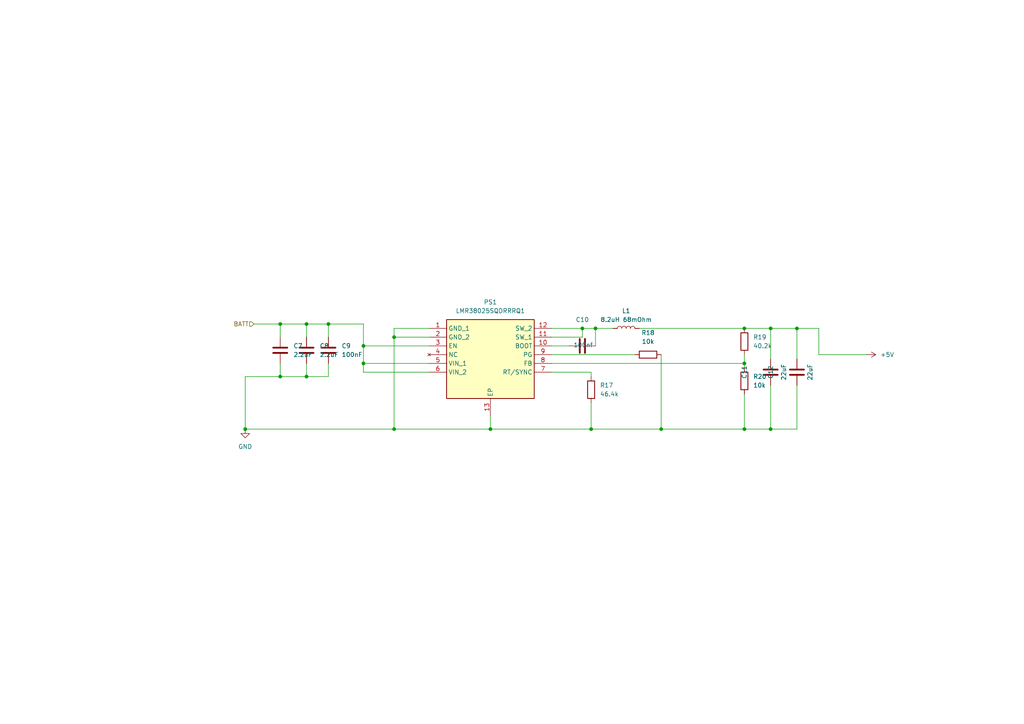
<source format=kicad_sch>
(kicad_sch (version 20250114) (generator "eeschema") (generator_version "9.0")
  (paper "A4")
  (lib_symbols
    (symbol "Device:C" (pin_numbers (hide yes)) (pin_names (offset 0.254))
      (property "Reference" "C" (at 0.635 2.54 0))
      (property "Value" "C" (at 0.635 -2.54 0))
      (symbol "C_0_1"
        (polyline (pts (xy -2.032 0.762) (xy 2.032 0.762)) (stroke (width 0.508)))
        (polyline (pts (xy -2.032 -0.762) (xy 2.032 -0.762)) (stroke (width 0.508)))
      )
      (symbol "C_1_1"
        (pin passive line (at 0 3.81 270) (length 2.794) (name "~") (number "1"))
        (pin passive line (at 0 -3.81 90) (length 2.794) (name "~") (number "2"))
      )
    )
    (symbol "Device:L" (pin_numbers (hide yes)) (pin_names (offset 1.016) (hide yes))
      (property "Reference" "L" (at -1.27 0 90))
      (property "Value" "L" (at 1.905 0 90))
      (symbol "L_0_1"
        (arc (start 0 2.54) (mid 0.6323 1.905) (end 0 1.27))
        (arc (start 0 1.27) (mid 0.6323 0.635) (end 0 0))
        (arc (start 0 0) (mid 0.6323 -0.635) (end 0 -1.27))
        (arc (start 0 -1.27) (mid 0.6323 -1.905) (end 0 -2.54))
      )
      (symbol "L_1_1"
        (pin passive line (at 0 3.81 270) (length 1.27) (name "1") (number "1"))
        (pin passive line (at 0 -3.81 90) (length 1.27) (name "2") (number "2"))
      )
    )
    (symbol "Device:R" (pin_numbers (hide yes)) (pin_names (offset 0))
      (property "Reference" "R" (at 2.032 0 90))
      (property "Value" "R" (at 0 0 90))
      (symbol "R_0_1"
        (rectangle (start -1.016 -2.54) (end 1.016 2.54) (stroke (width 0.254)))
      )
      (symbol "R_1_1"
        (pin passive line (at 0 3.81 270) (length 1.27) (name "~") (number "1"))
        (pin passive line (at 0 -3.81 90) (length 1.27) (name "~") (number "2"))
      )
    )
    (symbol "LMR38025SQDRRRQ1:LMR38025SQDRRRQ1"
      (property "Reference" "PS" (at 31.75 7.62 0))
      (property "Value" "LMR38025SQDRRRQ1" (at 31.75 5.08 0))
      (symbol "LMR38025SQDRRRQ1_1_1"
        (rectangle (start 5.08 2.54) (end 30.48 -20.32) (stroke (width 0.254)) (fill (type background)))
        (pin passive line (at 0 0 0) (length 5.08) (name "GND_1") (number "1"))
        (pin passive line (at 0 -2.54 0) (length 5.08) (name "GND_2") (number "2"))
        (pin passive line (at 0 -5.08 0) (length 5.08) (name "EN") (number "3"))
        (pin no_connect line (at 0 -7.62 0) (length 5.08) (name "NC") (number "4"))
        (pin passive line (at 0 -10.16 0) (length 5.08) (name "VIN_1") (number "5"))
        (pin passive line (at 0 -12.7 0) (length 5.08) (name "VIN_2") (number "6"))
        (pin passive line (at 17.78 -25.4 90) (length 5.08) (name "EP") (number "13"))
        (pin passive line (at 35.56 0 180) (length 5.08) (name "SW_2") (number "12"))
        (pin passive line (at 35.56 -2.54 180) (length 5.08) (name "SW_1") (number "11"))
        (pin passive line (at 35.56 -5.08 180) (length 5.08) (name "BOOT") (number "10"))
        (pin passive line (at 35.56 -7.62 180) (length 5.08) (name "PG") (number "9"))
        (pin passive line (at 35.56 -10.16 180) (length 5.08) (name "FB") (number "8"))
        (pin passive line (at 35.56 -12.7 180) (length 5.08) (name "RT/SYNC") (number "7"))
      )
    )
    (symbol "power:+5V" (power) (pin_numbers (hide yes)) (pin_names (offset 0) (hide yes))
      (property "Value" "+5V" (at 0 3.556 0))
      (symbol "+5V_0_1"
        (polyline (pts (xy -0.762 1.27) (xy 0 2.54)))
        (polyline (pts (xy 0 2.54) (xy 0.762 1.27)))
        (polyline (pts (xy 0 0) (xy 0 2.54)))
      )
      (symbol "+5V_1_1"
        (pin power_in line (at 0 0 90) (length 0) (name "~") (number "1"))
      )
    )
    (symbol "power:GND" (power) (pin_numbers (hide yes)) (pin_names (offset 0) (hide yes))
      (property "Value" "GND" (at 0 -3.81 0))
      (symbol "GND_0_1"
        (polyline (pts (xy 0 0) (xy 0 -1.27) (xy 1.27 -1.27) (xy 0 -2.54) (xy -1.27 -1.27) (xy 0 -1.27)))
      )
      (symbol "GND_1_1"
        (pin power_in line (at 0 0 270) (length 0) (name "~") (number "1"))
      )
    )
  )
  (junction (at 81.28 109.22))
  (junction (at 215.9 95.25))
  (junction (at 223.52 124.46))
  (junction (at 172.72 95.25))
  (junction (at 105.41 105.41))
  (junction (at 215.9 124.46))
  (junction (at 114.3 124.46))
  (junction (at 215.9 105.41))
  (junction (at 105.41 100.33))
  (junction (at 168.91 95.25))
  (junction (at 88.9 93.98))
  (junction (at 95.25 93.98))
  (junction (at 88.9 109.22))
  (junction (at 81.28 93.98))
  (junction (at 114.3 97.79))
  (junction (at 71.12 124.46))
  (junction (at 142.24 124.46))
  (junction (at 223.52 95.25))
  (junction (at 231.14 95.25))
  (junction (at 171.45 124.46))
  (junction (at 191.77 124.46))
  (wire (pts (xy 223.52 111.76) (xy 223.52 124.46)))
  (wire (pts (xy 237.49 102.87) (xy 251.46 102.87)))
  (wire (pts (xy 71.12 109.22) (xy 81.28 109.22)))
  (wire (pts (xy 73.66 93.98) (xy 81.28 93.98)))
  (wire (pts (xy 171.45 124.46) (xy 142.24 124.46)))
  (wire (pts (xy 223.52 95.25) (xy 231.14 95.25)))
  (wire (pts (xy 172.72 95.25) (xy 168.91 95.25)))
  (wire (pts (xy 142.24 124.46) (xy 114.3 124.46)))
  (wire (pts (xy 185.42 95.25) (xy 215.9 95.25)))
  (wire (pts (xy 171.45 116.84) (xy 171.45 124.46)))
  (wire (pts (xy 231.14 95.25) (xy 231.14 104.14)))
  (wire (pts (xy 160.02 102.87) (xy 184.15 102.87)))
  (wire (pts (xy 88.9 93.98) (xy 88.9 97.79)))
  (wire (pts (xy 160.02 105.41) (xy 215.9 105.41)))
  (wire (pts (xy 191.77 102.87) (xy 191.77 124.46)))
  (wire (pts (xy 124.46 100.33) (xy 105.41 100.33)))
  (wire (pts (xy 88.9 105.41) (xy 88.9 109.22)))
  (wire (pts (xy 81.28 97.79) (xy 81.28 93.98)))
  (wire (pts (xy 114.3 124.46) (xy 71.12 124.46)))
  (wire (pts (xy 71.12 124.46) (xy 71.12 109.22)))
  (wire (pts (xy 105.41 105.41) (xy 124.46 105.41)))
  (wire (pts (xy 231.14 124.46) (xy 223.52 124.46)))
  (wire (pts (xy 105.41 93.98) (xy 105.41 100.33)))
  (wire (pts (xy 160.02 97.79) (xy 168.91 97.79)))
  (wire (pts (xy 105.41 107.95) (xy 105.41 105.41)))
  (wire (pts (xy 168.91 95.25) (xy 168.91 97.79)))
  (wire (pts (xy 81.28 93.98) (xy 88.9 93.98)))
  (wire (pts (xy 237.49 95.25) (xy 237.49 102.87)))
  (wire (pts (xy 160.02 107.95) (xy 171.45 107.95)))
  (wire (pts (xy 215.9 102.87) (xy 215.9 105.41)))
  (wire (pts (xy 114.3 97.79) (xy 114.3 124.46)))
  (wire (pts (xy 81.28 109.22) (xy 88.9 109.22)))
  (wire (pts (xy 215.9 95.25) (xy 223.52 95.25)))
  (wire (pts (xy 215.9 124.46) (xy 191.77 124.46)))
  (wire (pts (xy 231.14 95.25) (xy 237.49 95.25)))
  (wire (pts (xy 172.72 95.25) (xy 172.72 100.33)))
  (wire (pts (xy 88.9 109.22) (xy 95.25 109.22)))
  (wire (pts (xy 124.46 95.25) (xy 114.3 95.25)))
  (wire (pts (xy 114.3 97.79) (xy 124.46 97.79)))
  (wire (pts (xy 105.41 100.33) (xy 105.41 105.41)))
  (wire (pts (xy 171.45 107.95) (xy 171.45 109.22)))
  (wire (pts (xy 95.25 109.22) (xy 95.25 105.41)))
  (wire (pts (xy 95.25 93.98) (xy 95.25 97.79)))
  (wire (pts (xy 223.52 124.46) (xy 215.9 124.46)))
  (wire (pts (xy 142.24 120.65) (xy 142.24 124.46)))
  (wire (pts (xy 95.25 93.98) (xy 105.41 93.98)))
  (wire (pts (xy 124.46 107.95) (xy 105.41 107.95)))
  (wire (pts (xy 160.02 95.25) (xy 168.91 95.25)))
  (wire (pts (xy 177.8 95.25) (xy 172.72 95.25)))
  (wire (pts (xy 160.02 100.33) (xy 165.1 100.33)))
  (wire (pts (xy 215.9 105.41) (xy 215.9 106.68)))
  (wire (pts (xy 215.9 114.3) (xy 215.9 124.46)))
  (wire (pts (xy 114.3 95.25) (xy 114.3 97.79)))
  (wire (pts (xy 191.77 124.46) (xy 171.45 124.46)))
  (wire (pts (xy 88.9 93.98) (xy 95.25 93.98)))
  (wire (pts (xy 223.52 104.14) (xy 223.52 95.25)))
  (wire (pts (xy 81.28 105.41) (xy 81.28 109.22)))
  (wire (pts (xy 231.14 111.76) (xy 231.14 124.46)))
  (hierarchical_label "BATT" (shape input) (at 73.66 93.98 180))
  (symbol (lib_id "Device:C") (at 81.28 101.6 0) (unit 1)
    (property "Reference" "C7" (at 85.09 100.3299 0) (effects (justify left)))
    (property "Value" "2.2uF" (at 85.09 102.8699 0) (effects (justify left)))
    (property "Footprint" "Capacitor_SMD:C_0201_0603Metric" (effects (hide yes)))
    (property "Description" "Unpolarized capacitor" (effects (hide yes)))
  )
  (symbol (lib_id "Device:R") (at 171.45 113.03 0) (unit 1)
    (property "Reference" "R17" (at 173.99 111.7599 0) (effects (justify left)))
    (property "Value" "46.4k" (at 173.99 114.2999 0) (effects (justify left)))
    (property "Footprint" "Resistor_SMD:R_0402_1005Metric" (effects (hide yes)))
    (property "Description" "Resistor" (effects (hide yes)))
  )
  (symbol (lib_id "Device:R") (at 187.96 102.87 90) (unit 1)
    (property "Reference" "R18" (at 187.96 96.52 90))
    (property "Value" "10k" (at 187.96 99.06 90))
    (property "Footprint" "Resistor_SMD:R_0603_1608Metric" (effects (hide yes)))
    (property "Description" "Resistor" (effects (hide yes)))
  )
  (symbol (lib_id "LMR38025SQDRRRQ1:LMR38025SQDRRRQ1") (at 124.46 95.25 0) (unit 1)
    (property "Reference" "PS1" (at 142.24 87.63 0))
    (property "Value" "LMR38025SQDRRRQ1" (at 142.24 90.17 0))
    (property "Footprint" "LMR380:SON50P300X300X80-13N" (effects (hide yes)))
    (property "Datasheet" "https://www.ti.com/lit/gpn/lmr38025-q1" (effects (hide yes)))
    (property "Description" "Switching Voltage Regulators LMR38025SQDRRRQ1" (effects (hide yes)))
    (property "Height" "0.8" (effects (hide yes)))
    (property "Mouser Part Number" "595-LMR38025SQDRRRQ1" (effects (hide yes)))
    (property "Mouser Price/Stock" "https://www.mouser.co.uk/ProductDetail/Texas-Instruments/LMR38025SQDRRRQ1?qs=Z%252BL2brAPG1JSpH2snz70qg%3D%3D" (effects (hide yes)))
    (property "Manufacturer_Name" "Texas Instruments" (effects (hide yes)))
    (property "Manufacturer_Part_Number" "LMR38025SQDRRRQ1" (effects (hide yes)))
  )
  (symbol (lib_id "power:+5V") (at 251.46 102.87 270) (unit 1)
    (property "Reference" "#PWR027" (effects (hide yes)))
    (property "Value" "+5V" (at 255.27 102.8699 90) (effects (justify left)))
    (property "Description" "Power symbol creates a global label with name \"+5V\"" (effects (hide yes)))
  )
  (symbol (lib_id "power:GND") (at 71.12 124.46 0) (unit 1)
    (property "Reference" "#PWR026" (effects (hide yes)))
    (property "Value" "GND" (at 71.12 129.54 0))
    (property "Description" "Power symbol creates a global label with name \"GND\" , ground" (effects (hide yes)))
  )
  (symbol (lib_id "Device:L") (at 181.61 95.25 90) (unit 1)
    (property "Reference" "L1" (at 181.61 90.17 90))
    (property "Value" "8.2uH 68mOhm" (at 181.61 92.71 90))
    (property "Footprint" "74438357082:WE-MAPI_4030" (effects (hide yes)))
    (property "Description" "Inductor" (effects (hide yes)))
  )
  (symbol (lib_id "Device:C") (at 168.91 100.33 90) (unit 1)
    (property "Reference" "C10" (at 168.91 92.71 90))
    (property "Value" "100nf" (at 169.164 100.076 90))
    (property "Footprint" "Capacitor_SMD:C_0201_0603Metric" (effects (hide yes)))
    (property "Description" "Unpolarized capacitor" (effects (hide yes)))
  )
  (symbol (lib_id "Device:R") (at 215.9 99.06 180) (unit 1)
    (property "Reference" "R19" (at 218.44 97.7899 0) (effects (justify right)))
    (property "Value" "40.2k" (at 218.44 100.3299 0) (effects (justify right)))
    (property "Footprint" "Resistor_SMD:R_0402_1005Metric" (effects (hide yes)))
    (property "Description" "Resistor" (effects (hide yes)))
  )
  (symbol (lib_id "Device:C") (at 95.25 101.6 0) (unit 1)
    (property "Reference" "C9" (at 99.06 100.3299 0) (effects (justify left)))
    (property "Value" "100nF" (at 99.06 102.8699 0) (effects (justify left)))
    (property "Footprint" "Capacitor_SMD:C_0201_0603Metric" (effects (hide yes)))
    (property "Description" "Unpolarized capacitor" (effects (hide yes)))
  )
  (symbol (lib_id "Device:C") (at 223.52 107.95 180) (unit 1)
    (property "Reference" "C11" (at 215.9 107.95 90))
    (property "Value" "22uF" (at 227.33 107.95 90))
    (property "Footprint" "Capacitor_SMD:C_0603_1608Metric" (effects (hide yes)))
    (property "Description" "Unpolarized capacitor" (effects (hide yes)))
  )
  (symbol (lib_id "Device:C") (at 88.9 101.6 0) (unit 1)
    (property "Reference" "C8" (at 92.71 100.3299 0) (effects (justify left)))
    (property "Value" "2.2uF" (at 92.71 102.8699 0) (effects (justify left)))
    (property "Footprint" "Capacitor_SMD:C_0201_0603Metric" (effects (hide yes)))
    (property "Description" "Unpolarized capacitor" (effects (hide yes)))
  )
  (symbol (lib_id "Device:R") (at 215.9 110.49 180) (unit 1)
    (property "Reference" "R20" (at 218.44 109.2199 0) (effects (justify right)))
    (property "Value" "10k" (at 218.44 111.7599 0) (effects (justify right)))
    (property "Footprint" "Resistor_SMD:R_0603_1608Metric" (effects (hide yes)))
    (property "Description" "Resistor" (effects (hide yes)))
  )
  (symbol (lib_id "Device:C") (at 231.14 107.95 180) (unit 1)
    (property "Reference" "C12" (at 223.52 107.95 90))
    (property "Value" "22uF" (at 234.95 107.95 90))
    (property "Footprint" "Capacitor_SMD:C_0603_1608Metric" (effects (hide yes)))
    (property "Description" "Unpolarized capacitor" (effects (hide yes)))
  )
)
</source>
